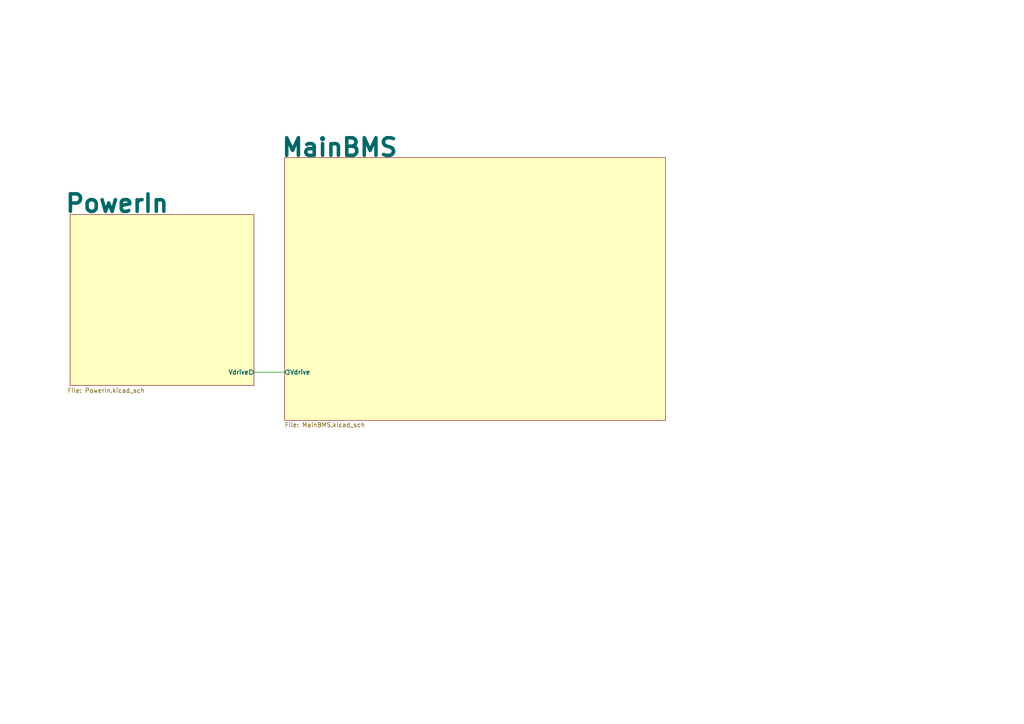
<source format=kicad_sch>
(kicad_sch
	(version 20231120)
	(generator "eeschema")
	(generator_version "8.0")
	(uuid "4f9d1a14-b3e7-4864-9397-458e4f03b567")
	(paper "A4")
	(lib_symbols)
	(wire
		(pts
			(xy 73.66 107.95) (xy 82.55 107.95)
		)
		(stroke
			(width 0)
			(type default)
		)
		(uuid "6cdeceba-ff84-4e90-b549-022668fd6c28")
	)
	(sheet
		(at 20.32 62.23)
		(size 53.34 49.53)
		(stroke
			(width 0.1524)
			(type solid)
		)
		(fill
			(color 255 255 194 1.0000)
		)
		(uuid "ea88300b-56f8-4498-9fb4-b2fb8c9ed6c8")
		(property "Sheetname" "PowerIn"
			(at 18.542 61.976 0)
			(effects
				(font
					(size 5.08 5.08)
					(bold yes)
				)
				(justify left bottom)
			)
		)
		(property "Sheetfile" "PowerIn.kicad_sch"
			(at 19.558 112.522 0)
			(effects
				(font
					(size 1.27 1.27)
				)
				(justify left top)
			)
		)
		(pin "Vdrive" output
			(at 73.66 107.95 0)
			(effects
				(font
					(size 1.27 1.27)
					(thickness 0.254)
					(bold yes)
				)
				(justify right)
			)
			(uuid "be3fa24c-2cce-4ef4-898a-3d639171ea99")
		)
		(instances
			(project "BMS"
				(path "/4f9d1a14-b3e7-4864-9397-458e4f03b567"
					(page "2")
				)
			)
		)
	)
	(sheet
		(at 82.55 45.72)
		(size 110.49 76.2)
		(stroke
			(width 0.1524)
			(type solid)
		)
		(fill
			(color 255 255 194 1.0000)
		)
		(uuid "f1c97b0c-89ac-4019-bd06-622da742e30c")
		(property "Sheetname" "MainBMS"
			(at 81.28 45.72 0)
			(effects
				(font
					(size 5.08 5.08)
					(bold yes)
				)
				(justify left bottom)
			)
		)
		(property "Sheetfile" "MainBMS.kicad_sch"
			(at 82.55 122.5046 0)
			(effects
				(font
					(size 1.27 1.27)
				)
				(justify left top)
			)
		)
		(pin "Vdrive" output
			(at 82.55 107.95 180)
			(effects
				(font
					(size 1.27 1.27)
					(thickness 0.254)
					(bold yes)
				)
				(justify left)
			)
			(uuid "750a83ff-5c30-493f-8705-a8595afcdafe")
		)
		(instances
			(project "BMS"
				(path "/4f9d1a14-b3e7-4864-9397-458e4f03b567"
					(page "3")
				)
			)
		)
	)
	(sheet_instances
		(path "/"
			(page "1")
		)
	)
)

</source>
